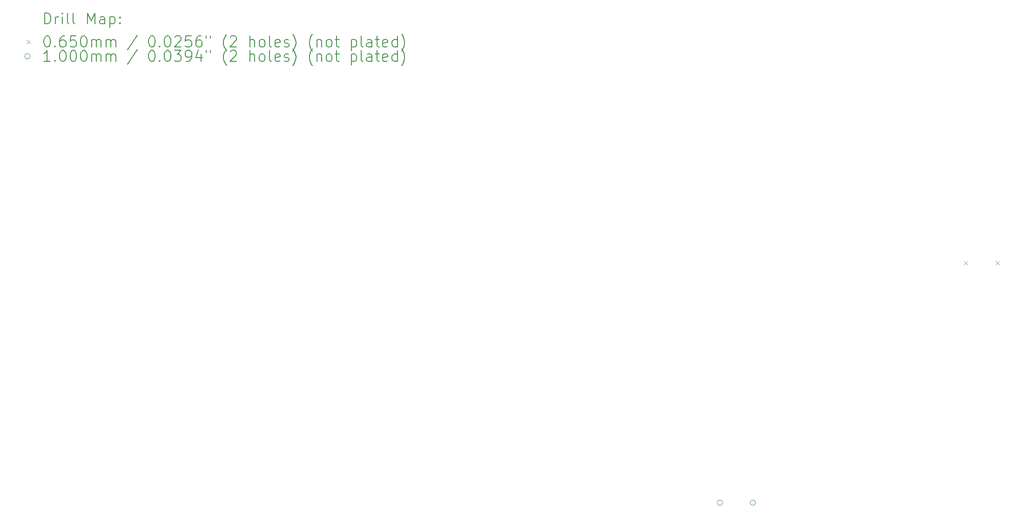
<source format=gbr>
%TF.GenerationSoftware,KiCad,Pcbnew,9.0.5*%
%TF.CreationDate,2025-10-27T17:08:35+05:30*%
%TF.ProjectId,cpm_vehicle_pcb,63706d5f-7665-4686-9963-6c655f706362,rev?*%
%TF.SameCoordinates,Original*%
%TF.FileFunction,Drillmap*%
%TF.FilePolarity,Positive*%
%FSLAX45Y45*%
G04 Gerber Fmt 4.5, Leading zero omitted, Abs format (unit mm)*
G04 Created by KiCad (PCBNEW 9.0.5) date 2025-10-27 17:08:35*
%MOMM*%
%LPD*%
G01*
G04 APERTURE LIST*
%ADD10C,0.200000*%
%ADD11C,0.100000*%
G04 APERTURE END LIST*
D10*
D11*
X16985500Y-4635500D02*
X17050500Y-4700500D01*
X17050500Y-4635500D02*
X16985500Y-4700500D01*
X17563500Y-4635500D02*
X17628500Y-4700500D01*
X17628500Y-4635500D02*
X17563500Y-4700500D01*
X12596250Y-9037500D02*
G75*
G02*
X12496250Y-9037500I-50000J0D01*
G01*
X12496250Y-9037500D02*
G75*
G02*
X12596250Y-9037500I50000J0D01*
G01*
X13196250Y-9037500D02*
G75*
G02*
X13096250Y-9037500I-50000J0D01*
G01*
X13096250Y-9037500D02*
G75*
G02*
X13196250Y-9037500I50000J0D01*
G01*
D10*
X260777Y-311484D02*
X260777Y-111484D01*
X260777Y-111484D02*
X308396Y-111484D01*
X308396Y-111484D02*
X336967Y-121008D01*
X336967Y-121008D02*
X356015Y-140055D01*
X356015Y-140055D02*
X365539Y-159103D01*
X365539Y-159103D02*
X375062Y-197198D01*
X375062Y-197198D02*
X375062Y-225769D01*
X375062Y-225769D02*
X365539Y-263865D01*
X365539Y-263865D02*
X356015Y-282912D01*
X356015Y-282912D02*
X336967Y-301960D01*
X336967Y-301960D02*
X308396Y-311484D01*
X308396Y-311484D02*
X260777Y-311484D01*
X460777Y-311484D02*
X460777Y-178150D01*
X460777Y-216246D02*
X470301Y-197198D01*
X470301Y-197198D02*
X479824Y-187674D01*
X479824Y-187674D02*
X498872Y-178150D01*
X498872Y-178150D02*
X517920Y-178150D01*
X584586Y-311484D02*
X584586Y-178150D01*
X584586Y-111484D02*
X575063Y-121008D01*
X575063Y-121008D02*
X584586Y-130531D01*
X584586Y-130531D02*
X594110Y-121008D01*
X594110Y-121008D02*
X584586Y-111484D01*
X584586Y-111484D02*
X584586Y-130531D01*
X708396Y-311484D02*
X689348Y-301960D01*
X689348Y-301960D02*
X679824Y-282912D01*
X679824Y-282912D02*
X679824Y-111484D01*
X813158Y-311484D02*
X794110Y-301960D01*
X794110Y-301960D02*
X784586Y-282912D01*
X784586Y-282912D02*
X784586Y-111484D01*
X1041729Y-311484D02*
X1041729Y-111484D01*
X1041729Y-111484D02*
X1108396Y-254341D01*
X1108396Y-254341D02*
X1175063Y-111484D01*
X1175063Y-111484D02*
X1175063Y-311484D01*
X1356015Y-311484D02*
X1356015Y-206722D01*
X1356015Y-206722D02*
X1346491Y-187674D01*
X1346491Y-187674D02*
X1327444Y-178150D01*
X1327444Y-178150D02*
X1289348Y-178150D01*
X1289348Y-178150D02*
X1270301Y-187674D01*
X1356015Y-301960D02*
X1336967Y-311484D01*
X1336967Y-311484D02*
X1289348Y-311484D01*
X1289348Y-311484D02*
X1270301Y-301960D01*
X1270301Y-301960D02*
X1260777Y-282912D01*
X1260777Y-282912D02*
X1260777Y-263865D01*
X1260777Y-263865D02*
X1270301Y-244817D01*
X1270301Y-244817D02*
X1289348Y-235293D01*
X1289348Y-235293D02*
X1336967Y-235293D01*
X1336967Y-235293D02*
X1356015Y-225769D01*
X1451253Y-178150D02*
X1451253Y-378150D01*
X1451253Y-187674D02*
X1470301Y-178150D01*
X1470301Y-178150D02*
X1508396Y-178150D01*
X1508396Y-178150D02*
X1527443Y-187674D01*
X1527443Y-187674D02*
X1536967Y-197198D01*
X1536967Y-197198D02*
X1546491Y-216246D01*
X1546491Y-216246D02*
X1546491Y-273389D01*
X1546491Y-273389D02*
X1536967Y-292436D01*
X1536967Y-292436D02*
X1527443Y-301960D01*
X1527443Y-301960D02*
X1508396Y-311484D01*
X1508396Y-311484D02*
X1470301Y-311484D01*
X1470301Y-311484D02*
X1451253Y-301960D01*
X1632205Y-292436D02*
X1641729Y-301960D01*
X1641729Y-301960D02*
X1632205Y-311484D01*
X1632205Y-311484D02*
X1622682Y-301960D01*
X1622682Y-301960D02*
X1632205Y-292436D01*
X1632205Y-292436D02*
X1632205Y-311484D01*
X1632205Y-187674D02*
X1641729Y-197198D01*
X1641729Y-197198D02*
X1632205Y-206722D01*
X1632205Y-206722D02*
X1622682Y-197198D01*
X1622682Y-197198D02*
X1632205Y-187674D01*
X1632205Y-187674D02*
X1632205Y-206722D01*
D11*
X-65000Y-607500D02*
X0Y-672500D01*
X0Y-607500D02*
X-65000Y-672500D01*
D10*
X298872Y-531484D02*
X317920Y-531484D01*
X317920Y-531484D02*
X336967Y-541008D01*
X336967Y-541008D02*
X346491Y-550531D01*
X346491Y-550531D02*
X356015Y-569579D01*
X356015Y-569579D02*
X365539Y-607674D01*
X365539Y-607674D02*
X365539Y-655293D01*
X365539Y-655293D02*
X356015Y-693389D01*
X356015Y-693389D02*
X346491Y-712436D01*
X346491Y-712436D02*
X336967Y-721960D01*
X336967Y-721960D02*
X317920Y-731484D01*
X317920Y-731484D02*
X298872Y-731484D01*
X298872Y-731484D02*
X279824Y-721960D01*
X279824Y-721960D02*
X270301Y-712436D01*
X270301Y-712436D02*
X260777Y-693389D01*
X260777Y-693389D02*
X251253Y-655293D01*
X251253Y-655293D02*
X251253Y-607674D01*
X251253Y-607674D02*
X260777Y-569579D01*
X260777Y-569579D02*
X270301Y-550531D01*
X270301Y-550531D02*
X279824Y-541008D01*
X279824Y-541008D02*
X298872Y-531484D01*
X451253Y-712436D02*
X460777Y-721960D01*
X460777Y-721960D02*
X451253Y-731484D01*
X451253Y-731484D02*
X441729Y-721960D01*
X441729Y-721960D02*
X451253Y-712436D01*
X451253Y-712436D02*
X451253Y-731484D01*
X632205Y-531484D02*
X594110Y-531484D01*
X594110Y-531484D02*
X575063Y-541008D01*
X575063Y-541008D02*
X565539Y-550531D01*
X565539Y-550531D02*
X546491Y-579103D01*
X546491Y-579103D02*
X536967Y-617198D01*
X536967Y-617198D02*
X536967Y-693389D01*
X536967Y-693389D02*
X546491Y-712436D01*
X546491Y-712436D02*
X556015Y-721960D01*
X556015Y-721960D02*
X575063Y-731484D01*
X575063Y-731484D02*
X613158Y-731484D01*
X613158Y-731484D02*
X632205Y-721960D01*
X632205Y-721960D02*
X641729Y-712436D01*
X641729Y-712436D02*
X651253Y-693389D01*
X651253Y-693389D02*
X651253Y-645770D01*
X651253Y-645770D02*
X641729Y-626722D01*
X641729Y-626722D02*
X632205Y-617198D01*
X632205Y-617198D02*
X613158Y-607674D01*
X613158Y-607674D02*
X575063Y-607674D01*
X575063Y-607674D02*
X556015Y-617198D01*
X556015Y-617198D02*
X546491Y-626722D01*
X546491Y-626722D02*
X536967Y-645770D01*
X832205Y-531484D02*
X736967Y-531484D01*
X736967Y-531484D02*
X727443Y-626722D01*
X727443Y-626722D02*
X736967Y-617198D01*
X736967Y-617198D02*
X756015Y-607674D01*
X756015Y-607674D02*
X803634Y-607674D01*
X803634Y-607674D02*
X822682Y-617198D01*
X822682Y-617198D02*
X832205Y-626722D01*
X832205Y-626722D02*
X841729Y-645770D01*
X841729Y-645770D02*
X841729Y-693389D01*
X841729Y-693389D02*
X832205Y-712436D01*
X832205Y-712436D02*
X822682Y-721960D01*
X822682Y-721960D02*
X803634Y-731484D01*
X803634Y-731484D02*
X756015Y-731484D01*
X756015Y-731484D02*
X736967Y-721960D01*
X736967Y-721960D02*
X727443Y-712436D01*
X965539Y-531484D02*
X984586Y-531484D01*
X984586Y-531484D02*
X1003634Y-541008D01*
X1003634Y-541008D02*
X1013158Y-550531D01*
X1013158Y-550531D02*
X1022682Y-569579D01*
X1022682Y-569579D02*
X1032205Y-607674D01*
X1032205Y-607674D02*
X1032205Y-655293D01*
X1032205Y-655293D02*
X1022682Y-693389D01*
X1022682Y-693389D02*
X1013158Y-712436D01*
X1013158Y-712436D02*
X1003634Y-721960D01*
X1003634Y-721960D02*
X984586Y-731484D01*
X984586Y-731484D02*
X965539Y-731484D01*
X965539Y-731484D02*
X946491Y-721960D01*
X946491Y-721960D02*
X936967Y-712436D01*
X936967Y-712436D02*
X927443Y-693389D01*
X927443Y-693389D02*
X917920Y-655293D01*
X917920Y-655293D02*
X917920Y-607674D01*
X917920Y-607674D02*
X927443Y-569579D01*
X927443Y-569579D02*
X936967Y-550531D01*
X936967Y-550531D02*
X946491Y-541008D01*
X946491Y-541008D02*
X965539Y-531484D01*
X1117920Y-731484D02*
X1117920Y-598150D01*
X1117920Y-617198D02*
X1127444Y-607674D01*
X1127444Y-607674D02*
X1146491Y-598150D01*
X1146491Y-598150D02*
X1175063Y-598150D01*
X1175063Y-598150D02*
X1194110Y-607674D01*
X1194110Y-607674D02*
X1203634Y-626722D01*
X1203634Y-626722D02*
X1203634Y-731484D01*
X1203634Y-626722D02*
X1213158Y-607674D01*
X1213158Y-607674D02*
X1232205Y-598150D01*
X1232205Y-598150D02*
X1260777Y-598150D01*
X1260777Y-598150D02*
X1279825Y-607674D01*
X1279825Y-607674D02*
X1289348Y-626722D01*
X1289348Y-626722D02*
X1289348Y-731484D01*
X1384586Y-731484D02*
X1384586Y-598150D01*
X1384586Y-617198D02*
X1394110Y-607674D01*
X1394110Y-607674D02*
X1413158Y-598150D01*
X1413158Y-598150D02*
X1441729Y-598150D01*
X1441729Y-598150D02*
X1460777Y-607674D01*
X1460777Y-607674D02*
X1470301Y-626722D01*
X1470301Y-626722D02*
X1470301Y-731484D01*
X1470301Y-626722D02*
X1479824Y-607674D01*
X1479824Y-607674D02*
X1498872Y-598150D01*
X1498872Y-598150D02*
X1527443Y-598150D01*
X1527443Y-598150D02*
X1546491Y-607674D01*
X1546491Y-607674D02*
X1556015Y-626722D01*
X1556015Y-626722D02*
X1556015Y-731484D01*
X1946491Y-521960D02*
X1775063Y-779103D01*
X2203634Y-531484D02*
X2222682Y-531484D01*
X2222682Y-531484D02*
X2241729Y-541008D01*
X2241729Y-541008D02*
X2251253Y-550531D01*
X2251253Y-550531D02*
X2260777Y-569579D01*
X2260777Y-569579D02*
X2270301Y-607674D01*
X2270301Y-607674D02*
X2270301Y-655293D01*
X2270301Y-655293D02*
X2260777Y-693389D01*
X2260777Y-693389D02*
X2251253Y-712436D01*
X2251253Y-712436D02*
X2241729Y-721960D01*
X2241729Y-721960D02*
X2222682Y-731484D01*
X2222682Y-731484D02*
X2203634Y-731484D01*
X2203634Y-731484D02*
X2184587Y-721960D01*
X2184587Y-721960D02*
X2175063Y-712436D01*
X2175063Y-712436D02*
X2165539Y-693389D01*
X2165539Y-693389D02*
X2156015Y-655293D01*
X2156015Y-655293D02*
X2156015Y-607674D01*
X2156015Y-607674D02*
X2165539Y-569579D01*
X2165539Y-569579D02*
X2175063Y-550531D01*
X2175063Y-550531D02*
X2184587Y-541008D01*
X2184587Y-541008D02*
X2203634Y-531484D01*
X2356015Y-712436D02*
X2365539Y-721960D01*
X2365539Y-721960D02*
X2356015Y-731484D01*
X2356015Y-731484D02*
X2346491Y-721960D01*
X2346491Y-721960D02*
X2356015Y-712436D01*
X2356015Y-712436D02*
X2356015Y-731484D01*
X2489348Y-531484D02*
X2508396Y-531484D01*
X2508396Y-531484D02*
X2527444Y-541008D01*
X2527444Y-541008D02*
X2536968Y-550531D01*
X2536968Y-550531D02*
X2546491Y-569579D01*
X2546491Y-569579D02*
X2556015Y-607674D01*
X2556015Y-607674D02*
X2556015Y-655293D01*
X2556015Y-655293D02*
X2546491Y-693389D01*
X2546491Y-693389D02*
X2536968Y-712436D01*
X2536968Y-712436D02*
X2527444Y-721960D01*
X2527444Y-721960D02*
X2508396Y-731484D01*
X2508396Y-731484D02*
X2489348Y-731484D01*
X2489348Y-731484D02*
X2470301Y-721960D01*
X2470301Y-721960D02*
X2460777Y-712436D01*
X2460777Y-712436D02*
X2451253Y-693389D01*
X2451253Y-693389D02*
X2441729Y-655293D01*
X2441729Y-655293D02*
X2441729Y-607674D01*
X2441729Y-607674D02*
X2451253Y-569579D01*
X2451253Y-569579D02*
X2460777Y-550531D01*
X2460777Y-550531D02*
X2470301Y-541008D01*
X2470301Y-541008D02*
X2489348Y-531484D01*
X2632206Y-550531D02*
X2641729Y-541008D01*
X2641729Y-541008D02*
X2660777Y-531484D01*
X2660777Y-531484D02*
X2708396Y-531484D01*
X2708396Y-531484D02*
X2727444Y-541008D01*
X2727444Y-541008D02*
X2736968Y-550531D01*
X2736968Y-550531D02*
X2746491Y-569579D01*
X2746491Y-569579D02*
X2746491Y-588627D01*
X2746491Y-588627D02*
X2736968Y-617198D01*
X2736968Y-617198D02*
X2622682Y-731484D01*
X2622682Y-731484D02*
X2746491Y-731484D01*
X2927444Y-531484D02*
X2832206Y-531484D01*
X2832206Y-531484D02*
X2822682Y-626722D01*
X2822682Y-626722D02*
X2832206Y-617198D01*
X2832206Y-617198D02*
X2851253Y-607674D01*
X2851253Y-607674D02*
X2898872Y-607674D01*
X2898872Y-607674D02*
X2917920Y-617198D01*
X2917920Y-617198D02*
X2927444Y-626722D01*
X2927444Y-626722D02*
X2936967Y-645770D01*
X2936967Y-645770D02*
X2936967Y-693389D01*
X2936967Y-693389D02*
X2927444Y-712436D01*
X2927444Y-712436D02*
X2917920Y-721960D01*
X2917920Y-721960D02*
X2898872Y-731484D01*
X2898872Y-731484D02*
X2851253Y-731484D01*
X2851253Y-731484D02*
X2832206Y-721960D01*
X2832206Y-721960D02*
X2822682Y-712436D01*
X3108396Y-531484D02*
X3070301Y-531484D01*
X3070301Y-531484D02*
X3051253Y-541008D01*
X3051253Y-541008D02*
X3041729Y-550531D01*
X3041729Y-550531D02*
X3022682Y-579103D01*
X3022682Y-579103D02*
X3013158Y-617198D01*
X3013158Y-617198D02*
X3013158Y-693389D01*
X3013158Y-693389D02*
X3022682Y-712436D01*
X3022682Y-712436D02*
X3032206Y-721960D01*
X3032206Y-721960D02*
X3051253Y-731484D01*
X3051253Y-731484D02*
X3089348Y-731484D01*
X3089348Y-731484D02*
X3108396Y-721960D01*
X3108396Y-721960D02*
X3117920Y-712436D01*
X3117920Y-712436D02*
X3127444Y-693389D01*
X3127444Y-693389D02*
X3127444Y-645770D01*
X3127444Y-645770D02*
X3117920Y-626722D01*
X3117920Y-626722D02*
X3108396Y-617198D01*
X3108396Y-617198D02*
X3089348Y-607674D01*
X3089348Y-607674D02*
X3051253Y-607674D01*
X3051253Y-607674D02*
X3032206Y-617198D01*
X3032206Y-617198D02*
X3022682Y-626722D01*
X3022682Y-626722D02*
X3013158Y-645770D01*
X3203634Y-531484D02*
X3203634Y-569579D01*
X3279825Y-531484D02*
X3279825Y-569579D01*
X3575063Y-807674D02*
X3565539Y-798150D01*
X3565539Y-798150D02*
X3546491Y-769579D01*
X3546491Y-769579D02*
X3536968Y-750531D01*
X3536968Y-750531D02*
X3527444Y-721960D01*
X3527444Y-721960D02*
X3517920Y-674341D01*
X3517920Y-674341D02*
X3517920Y-636246D01*
X3517920Y-636246D02*
X3527444Y-588627D01*
X3527444Y-588627D02*
X3536968Y-560055D01*
X3536968Y-560055D02*
X3546491Y-541008D01*
X3546491Y-541008D02*
X3565539Y-512436D01*
X3565539Y-512436D02*
X3575063Y-502912D01*
X3641729Y-550531D02*
X3651253Y-541008D01*
X3651253Y-541008D02*
X3670301Y-531484D01*
X3670301Y-531484D02*
X3717920Y-531484D01*
X3717920Y-531484D02*
X3736968Y-541008D01*
X3736968Y-541008D02*
X3746491Y-550531D01*
X3746491Y-550531D02*
X3756015Y-569579D01*
X3756015Y-569579D02*
X3756015Y-588627D01*
X3756015Y-588627D02*
X3746491Y-617198D01*
X3746491Y-617198D02*
X3632206Y-731484D01*
X3632206Y-731484D02*
X3756015Y-731484D01*
X3994110Y-731484D02*
X3994110Y-531484D01*
X4079825Y-731484D02*
X4079825Y-626722D01*
X4079825Y-626722D02*
X4070301Y-607674D01*
X4070301Y-607674D02*
X4051253Y-598150D01*
X4051253Y-598150D02*
X4022682Y-598150D01*
X4022682Y-598150D02*
X4003634Y-607674D01*
X4003634Y-607674D02*
X3994110Y-617198D01*
X4203634Y-731484D02*
X4184587Y-721960D01*
X4184587Y-721960D02*
X4175063Y-712436D01*
X4175063Y-712436D02*
X4165539Y-693389D01*
X4165539Y-693389D02*
X4165539Y-636246D01*
X4165539Y-636246D02*
X4175063Y-617198D01*
X4175063Y-617198D02*
X4184587Y-607674D01*
X4184587Y-607674D02*
X4203634Y-598150D01*
X4203634Y-598150D02*
X4232206Y-598150D01*
X4232206Y-598150D02*
X4251253Y-607674D01*
X4251253Y-607674D02*
X4260777Y-617198D01*
X4260777Y-617198D02*
X4270301Y-636246D01*
X4270301Y-636246D02*
X4270301Y-693389D01*
X4270301Y-693389D02*
X4260777Y-712436D01*
X4260777Y-712436D02*
X4251253Y-721960D01*
X4251253Y-721960D02*
X4232206Y-731484D01*
X4232206Y-731484D02*
X4203634Y-731484D01*
X4384587Y-731484D02*
X4365539Y-721960D01*
X4365539Y-721960D02*
X4356015Y-702912D01*
X4356015Y-702912D02*
X4356015Y-531484D01*
X4536968Y-721960D02*
X4517920Y-731484D01*
X4517920Y-731484D02*
X4479825Y-731484D01*
X4479825Y-731484D02*
X4460777Y-721960D01*
X4460777Y-721960D02*
X4451253Y-702912D01*
X4451253Y-702912D02*
X4451253Y-626722D01*
X4451253Y-626722D02*
X4460777Y-607674D01*
X4460777Y-607674D02*
X4479825Y-598150D01*
X4479825Y-598150D02*
X4517920Y-598150D01*
X4517920Y-598150D02*
X4536968Y-607674D01*
X4536968Y-607674D02*
X4546492Y-626722D01*
X4546492Y-626722D02*
X4546492Y-645770D01*
X4546492Y-645770D02*
X4451253Y-664817D01*
X4622682Y-721960D02*
X4641730Y-731484D01*
X4641730Y-731484D02*
X4679825Y-731484D01*
X4679825Y-731484D02*
X4698873Y-721960D01*
X4698873Y-721960D02*
X4708396Y-702912D01*
X4708396Y-702912D02*
X4708396Y-693389D01*
X4708396Y-693389D02*
X4698873Y-674341D01*
X4698873Y-674341D02*
X4679825Y-664817D01*
X4679825Y-664817D02*
X4651253Y-664817D01*
X4651253Y-664817D02*
X4632206Y-655293D01*
X4632206Y-655293D02*
X4622682Y-636246D01*
X4622682Y-636246D02*
X4622682Y-626722D01*
X4622682Y-626722D02*
X4632206Y-607674D01*
X4632206Y-607674D02*
X4651253Y-598150D01*
X4651253Y-598150D02*
X4679825Y-598150D01*
X4679825Y-598150D02*
X4698873Y-607674D01*
X4775063Y-807674D02*
X4784587Y-798150D01*
X4784587Y-798150D02*
X4803634Y-769579D01*
X4803634Y-769579D02*
X4813158Y-750531D01*
X4813158Y-750531D02*
X4822682Y-721960D01*
X4822682Y-721960D02*
X4832206Y-674341D01*
X4832206Y-674341D02*
X4832206Y-636246D01*
X4832206Y-636246D02*
X4822682Y-588627D01*
X4822682Y-588627D02*
X4813158Y-560055D01*
X4813158Y-560055D02*
X4803634Y-541008D01*
X4803634Y-541008D02*
X4784587Y-512436D01*
X4784587Y-512436D02*
X4775063Y-502912D01*
X5136968Y-807674D02*
X5127444Y-798150D01*
X5127444Y-798150D02*
X5108396Y-769579D01*
X5108396Y-769579D02*
X5098873Y-750531D01*
X5098873Y-750531D02*
X5089349Y-721960D01*
X5089349Y-721960D02*
X5079825Y-674341D01*
X5079825Y-674341D02*
X5079825Y-636246D01*
X5079825Y-636246D02*
X5089349Y-588627D01*
X5089349Y-588627D02*
X5098873Y-560055D01*
X5098873Y-560055D02*
X5108396Y-541008D01*
X5108396Y-541008D02*
X5127444Y-512436D01*
X5127444Y-512436D02*
X5136968Y-502912D01*
X5213158Y-598150D02*
X5213158Y-731484D01*
X5213158Y-617198D02*
X5222682Y-607674D01*
X5222682Y-607674D02*
X5241730Y-598150D01*
X5241730Y-598150D02*
X5270301Y-598150D01*
X5270301Y-598150D02*
X5289349Y-607674D01*
X5289349Y-607674D02*
X5298873Y-626722D01*
X5298873Y-626722D02*
X5298873Y-731484D01*
X5422682Y-731484D02*
X5403634Y-721960D01*
X5403634Y-721960D02*
X5394111Y-712436D01*
X5394111Y-712436D02*
X5384587Y-693389D01*
X5384587Y-693389D02*
X5384587Y-636246D01*
X5384587Y-636246D02*
X5394111Y-617198D01*
X5394111Y-617198D02*
X5403634Y-607674D01*
X5403634Y-607674D02*
X5422682Y-598150D01*
X5422682Y-598150D02*
X5451254Y-598150D01*
X5451254Y-598150D02*
X5470301Y-607674D01*
X5470301Y-607674D02*
X5479825Y-617198D01*
X5479825Y-617198D02*
X5489349Y-636246D01*
X5489349Y-636246D02*
X5489349Y-693389D01*
X5489349Y-693389D02*
X5479825Y-712436D01*
X5479825Y-712436D02*
X5470301Y-721960D01*
X5470301Y-721960D02*
X5451254Y-731484D01*
X5451254Y-731484D02*
X5422682Y-731484D01*
X5546492Y-598150D02*
X5622682Y-598150D01*
X5575063Y-531484D02*
X5575063Y-702912D01*
X5575063Y-702912D02*
X5584587Y-721960D01*
X5584587Y-721960D02*
X5603634Y-731484D01*
X5603634Y-731484D02*
X5622682Y-731484D01*
X5841730Y-598150D02*
X5841730Y-798150D01*
X5841730Y-607674D02*
X5860777Y-598150D01*
X5860777Y-598150D02*
X5898873Y-598150D01*
X5898873Y-598150D02*
X5917920Y-607674D01*
X5917920Y-607674D02*
X5927444Y-617198D01*
X5927444Y-617198D02*
X5936968Y-636246D01*
X5936968Y-636246D02*
X5936968Y-693389D01*
X5936968Y-693389D02*
X5927444Y-712436D01*
X5927444Y-712436D02*
X5917920Y-721960D01*
X5917920Y-721960D02*
X5898873Y-731484D01*
X5898873Y-731484D02*
X5860777Y-731484D01*
X5860777Y-731484D02*
X5841730Y-721960D01*
X6051253Y-731484D02*
X6032206Y-721960D01*
X6032206Y-721960D02*
X6022682Y-702912D01*
X6022682Y-702912D02*
X6022682Y-531484D01*
X6213158Y-731484D02*
X6213158Y-626722D01*
X6213158Y-626722D02*
X6203634Y-607674D01*
X6203634Y-607674D02*
X6184587Y-598150D01*
X6184587Y-598150D02*
X6146492Y-598150D01*
X6146492Y-598150D02*
X6127444Y-607674D01*
X6213158Y-721960D02*
X6194111Y-731484D01*
X6194111Y-731484D02*
X6146492Y-731484D01*
X6146492Y-731484D02*
X6127444Y-721960D01*
X6127444Y-721960D02*
X6117920Y-702912D01*
X6117920Y-702912D02*
X6117920Y-683865D01*
X6117920Y-683865D02*
X6127444Y-664817D01*
X6127444Y-664817D02*
X6146492Y-655293D01*
X6146492Y-655293D02*
X6194111Y-655293D01*
X6194111Y-655293D02*
X6213158Y-645770D01*
X6279825Y-598150D02*
X6356015Y-598150D01*
X6308396Y-531484D02*
X6308396Y-702912D01*
X6308396Y-702912D02*
X6317920Y-721960D01*
X6317920Y-721960D02*
X6336968Y-731484D01*
X6336968Y-731484D02*
X6356015Y-731484D01*
X6498873Y-721960D02*
X6479825Y-731484D01*
X6479825Y-731484D02*
X6441730Y-731484D01*
X6441730Y-731484D02*
X6422682Y-721960D01*
X6422682Y-721960D02*
X6413158Y-702912D01*
X6413158Y-702912D02*
X6413158Y-626722D01*
X6413158Y-626722D02*
X6422682Y-607674D01*
X6422682Y-607674D02*
X6441730Y-598150D01*
X6441730Y-598150D02*
X6479825Y-598150D01*
X6479825Y-598150D02*
X6498873Y-607674D01*
X6498873Y-607674D02*
X6508396Y-626722D01*
X6508396Y-626722D02*
X6508396Y-645770D01*
X6508396Y-645770D02*
X6413158Y-664817D01*
X6679825Y-731484D02*
X6679825Y-531484D01*
X6679825Y-721960D02*
X6660777Y-731484D01*
X6660777Y-731484D02*
X6622682Y-731484D01*
X6622682Y-731484D02*
X6603634Y-721960D01*
X6603634Y-721960D02*
X6594111Y-712436D01*
X6594111Y-712436D02*
X6584587Y-693389D01*
X6584587Y-693389D02*
X6584587Y-636246D01*
X6584587Y-636246D02*
X6594111Y-617198D01*
X6594111Y-617198D02*
X6603634Y-607674D01*
X6603634Y-607674D02*
X6622682Y-598150D01*
X6622682Y-598150D02*
X6660777Y-598150D01*
X6660777Y-598150D02*
X6679825Y-607674D01*
X6756015Y-807674D02*
X6765539Y-798150D01*
X6765539Y-798150D02*
X6784587Y-769579D01*
X6784587Y-769579D02*
X6794111Y-750531D01*
X6794111Y-750531D02*
X6803634Y-721960D01*
X6803634Y-721960D02*
X6813158Y-674341D01*
X6813158Y-674341D02*
X6813158Y-636246D01*
X6813158Y-636246D02*
X6803634Y-588627D01*
X6803634Y-588627D02*
X6794111Y-560055D01*
X6794111Y-560055D02*
X6784587Y-541008D01*
X6784587Y-541008D02*
X6765539Y-512436D01*
X6765539Y-512436D02*
X6756015Y-502912D01*
D11*
X0Y-904000D02*
G75*
G02*
X-100000Y-904000I-50000J0D01*
G01*
X-100000Y-904000D02*
G75*
G02*
X0Y-904000I50000J0D01*
G01*
D10*
X365539Y-995484D02*
X251253Y-995484D01*
X308396Y-995484D02*
X308396Y-795484D01*
X308396Y-795484D02*
X289348Y-824055D01*
X289348Y-824055D02*
X270301Y-843103D01*
X270301Y-843103D02*
X251253Y-852627D01*
X451253Y-976436D02*
X460777Y-985960D01*
X460777Y-985960D02*
X451253Y-995484D01*
X451253Y-995484D02*
X441729Y-985960D01*
X441729Y-985960D02*
X451253Y-976436D01*
X451253Y-976436D02*
X451253Y-995484D01*
X584586Y-795484D02*
X603634Y-795484D01*
X603634Y-795484D02*
X622682Y-805008D01*
X622682Y-805008D02*
X632205Y-814531D01*
X632205Y-814531D02*
X641729Y-833579D01*
X641729Y-833579D02*
X651253Y-871674D01*
X651253Y-871674D02*
X651253Y-919293D01*
X651253Y-919293D02*
X641729Y-957388D01*
X641729Y-957388D02*
X632205Y-976436D01*
X632205Y-976436D02*
X622682Y-985960D01*
X622682Y-985960D02*
X603634Y-995484D01*
X603634Y-995484D02*
X584586Y-995484D01*
X584586Y-995484D02*
X565539Y-985960D01*
X565539Y-985960D02*
X556015Y-976436D01*
X556015Y-976436D02*
X546491Y-957388D01*
X546491Y-957388D02*
X536967Y-919293D01*
X536967Y-919293D02*
X536967Y-871674D01*
X536967Y-871674D02*
X546491Y-833579D01*
X546491Y-833579D02*
X556015Y-814531D01*
X556015Y-814531D02*
X565539Y-805008D01*
X565539Y-805008D02*
X584586Y-795484D01*
X775062Y-795484D02*
X794110Y-795484D01*
X794110Y-795484D02*
X813158Y-805008D01*
X813158Y-805008D02*
X822682Y-814531D01*
X822682Y-814531D02*
X832205Y-833579D01*
X832205Y-833579D02*
X841729Y-871674D01*
X841729Y-871674D02*
X841729Y-919293D01*
X841729Y-919293D02*
X832205Y-957388D01*
X832205Y-957388D02*
X822682Y-976436D01*
X822682Y-976436D02*
X813158Y-985960D01*
X813158Y-985960D02*
X794110Y-995484D01*
X794110Y-995484D02*
X775062Y-995484D01*
X775062Y-995484D02*
X756015Y-985960D01*
X756015Y-985960D02*
X746491Y-976436D01*
X746491Y-976436D02*
X736967Y-957388D01*
X736967Y-957388D02*
X727443Y-919293D01*
X727443Y-919293D02*
X727443Y-871674D01*
X727443Y-871674D02*
X736967Y-833579D01*
X736967Y-833579D02*
X746491Y-814531D01*
X746491Y-814531D02*
X756015Y-805008D01*
X756015Y-805008D02*
X775062Y-795484D01*
X965539Y-795484D02*
X984586Y-795484D01*
X984586Y-795484D02*
X1003634Y-805008D01*
X1003634Y-805008D02*
X1013158Y-814531D01*
X1013158Y-814531D02*
X1022682Y-833579D01*
X1022682Y-833579D02*
X1032205Y-871674D01*
X1032205Y-871674D02*
X1032205Y-919293D01*
X1032205Y-919293D02*
X1022682Y-957388D01*
X1022682Y-957388D02*
X1013158Y-976436D01*
X1013158Y-976436D02*
X1003634Y-985960D01*
X1003634Y-985960D02*
X984586Y-995484D01*
X984586Y-995484D02*
X965539Y-995484D01*
X965539Y-995484D02*
X946491Y-985960D01*
X946491Y-985960D02*
X936967Y-976436D01*
X936967Y-976436D02*
X927443Y-957388D01*
X927443Y-957388D02*
X917920Y-919293D01*
X917920Y-919293D02*
X917920Y-871674D01*
X917920Y-871674D02*
X927443Y-833579D01*
X927443Y-833579D02*
X936967Y-814531D01*
X936967Y-814531D02*
X946491Y-805008D01*
X946491Y-805008D02*
X965539Y-795484D01*
X1117920Y-995484D02*
X1117920Y-862150D01*
X1117920Y-881198D02*
X1127444Y-871674D01*
X1127444Y-871674D02*
X1146491Y-862150D01*
X1146491Y-862150D02*
X1175063Y-862150D01*
X1175063Y-862150D02*
X1194110Y-871674D01*
X1194110Y-871674D02*
X1203634Y-890722D01*
X1203634Y-890722D02*
X1203634Y-995484D01*
X1203634Y-890722D02*
X1213158Y-871674D01*
X1213158Y-871674D02*
X1232205Y-862150D01*
X1232205Y-862150D02*
X1260777Y-862150D01*
X1260777Y-862150D02*
X1279825Y-871674D01*
X1279825Y-871674D02*
X1289348Y-890722D01*
X1289348Y-890722D02*
X1289348Y-995484D01*
X1384586Y-995484D02*
X1384586Y-862150D01*
X1384586Y-881198D02*
X1394110Y-871674D01*
X1394110Y-871674D02*
X1413158Y-862150D01*
X1413158Y-862150D02*
X1441729Y-862150D01*
X1441729Y-862150D02*
X1460777Y-871674D01*
X1460777Y-871674D02*
X1470301Y-890722D01*
X1470301Y-890722D02*
X1470301Y-995484D01*
X1470301Y-890722D02*
X1479824Y-871674D01*
X1479824Y-871674D02*
X1498872Y-862150D01*
X1498872Y-862150D02*
X1527443Y-862150D01*
X1527443Y-862150D02*
X1546491Y-871674D01*
X1546491Y-871674D02*
X1556015Y-890722D01*
X1556015Y-890722D02*
X1556015Y-995484D01*
X1946491Y-785960D02*
X1775063Y-1043103D01*
X2203634Y-795484D02*
X2222682Y-795484D01*
X2222682Y-795484D02*
X2241729Y-805008D01*
X2241729Y-805008D02*
X2251253Y-814531D01*
X2251253Y-814531D02*
X2260777Y-833579D01*
X2260777Y-833579D02*
X2270301Y-871674D01*
X2270301Y-871674D02*
X2270301Y-919293D01*
X2270301Y-919293D02*
X2260777Y-957388D01*
X2260777Y-957388D02*
X2251253Y-976436D01*
X2251253Y-976436D02*
X2241729Y-985960D01*
X2241729Y-985960D02*
X2222682Y-995484D01*
X2222682Y-995484D02*
X2203634Y-995484D01*
X2203634Y-995484D02*
X2184587Y-985960D01*
X2184587Y-985960D02*
X2175063Y-976436D01*
X2175063Y-976436D02*
X2165539Y-957388D01*
X2165539Y-957388D02*
X2156015Y-919293D01*
X2156015Y-919293D02*
X2156015Y-871674D01*
X2156015Y-871674D02*
X2165539Y-833579D01*
X2165539Y-833579D02*
X2175063Y-814531D01*
X2175063Y-814531D02*
X2184587Y-805008D01*
X2184587Y-805008D02*
X2203634Y-795484D01*
X2356015Y-976436D02*
X2365539Y-985960D01*
X2365539Y-985960D02*
X2356015Y-995484D01*
X2356015Y-995484D02*
X2346491Y-985960D01*
X2346491Y-985960D02*
X2356015Y-976436D01*
X2356015Y-976436D02*
X2356015Y-995484D01*
X2489348Y-795484D02*
X2508396Y-795484D01*
X2508396Y-795484D02*
X2527444Y-805008D01*
X2527444Y-805008D02*
X2536968Y-814531D01*
X2536968Y-814531D02*
X2546491Y-833579D01*
X2546491Y-833579D02*
X2556015Y-871674D01*
X2556015Y-871674D02*
X2556015Y-919293D01*
X2556015Y-919293D02*
X2546491Y-957388D01*
X2546491Y-957388D02*
X2536968Y-976436D01*
X2536968Y-976436D02*
X2527444Y-985960D01*
X2527444Y-985960D02*
X2508396Y-995484D01*
X2508396Y-995484D02*
X2489348Y-995484D01*
X2489348Y-995484D02*
X2470301Y-985960D01*
X2470301Y-985960D02*
X2460777Y-976436D01*
X2460777Y-976436D02*
X2451253Y-957388D01*
X2451253Y-957388D02*
X2441729Y-919293D01*
X2441729Y-919293D02*
X2441729Y-871674D01*
X2441729Y-871674D02*
X2451253Y-833579D01*
X2451253Y-833579D02*
X2460777Y-814531D01*
X2460777Y-814531D02*
X2470301Y-805008D01*
X2470301Y-805008D02*
X2489348Y-795484D01*
X2622682Y-795484D02*
X2746491Y-795484D01*
X2746491Y-795484D02*
X2679825Y-871674D01*
X2679825Y-871674D02*
X2708396Y-871674D01*
X2708396Y-871674D02*
X2727444Y-881198D01*
X2727444Y-881198D02*
X2736968Y-890722D01*
X2736968Y-890722D02*
X2746491Y-909769D01*
X2746491Y-909769D02*
X2746491Y-957388D01*
X2746491Y-957388D02*
X2736968Y-976436D01*
X2736968Y-976436D02*
X2727444Y-985960D01*
X2727444Y-985960D02*
X2708396Y-995484D01*
X2708396Y-995484D02*
X2651253Y-995484D01*
X2651253Y-995484D02*
X2632206Y-985960D01*
X2632206Y-985960D02*
X2622682Y-976436D01*
X2841729Y-995484D02*
X2879825Y-995484D01*
X2879825Y-995484D02*
X2898872Y-985960D01*
X2898872Y-985960D02*
X2908396Y-976436D01*
X2908396Y-976436D02*
X2927444Y-947865D01*
X2927444Y-947865D02*
X2936967Y-909769D01*
X2936967Y-909769D02*
X2936967Y-833579D01*
X2936967Y-833579D02*
X2927444Y-814531D01*
X2927444Y-814531D02*
X2917920Y-805008D01*
X2917920Y-805008D02*
X2898872Y-795484D01*
X2898872Y-795484D02*
X2860777Y-795484D01*
X2860777Y-795484D02*
X2841729Y-805008D01*
X2841729Y-805008D02*
X2832206Y-814531D01*
X2832206Y-814531D02*
X2822682Y-833579D01*
X2822682Y-833579D02*
X2822682Y-881198D01*
X2822682Y-881198D02*
X2832206Y-900246D01*
X2832206Y-900246D02*
X2841729Y-909769D01*
X2841729Y-909769D02*
X2860777Y-919293D01*
X2860777Y-919293D02*
X2898872Y-919293D01*
X2898872Y-919293D02*
X2917920Y-909769D01*
X2917920Y-909769D02*
X2927444Y-900246D01*
X2927444Y-900246D02*
X2936967Y-881198D01*
X3108396Y-862150D02*
X3108396Y-995484D01*
X3060777Y-785960D02*
X3013158Y-928817D01*
X3013158Y-928817D02*
X3136967Y-928817D01*
X3203634Y-795484D02*
X3203634Y-833579D01*
X3279825Y-795484D02*
X3279825Y-833579D01*
X3575063Y-1071674D02*
X3565539Y-1062150D01*
X3565539Y-1062150D02*
X3546491Y-1033579D01*
X3546491Y-1033579D02*
X3536968Y-1014531D01*
X3536968Y-1014531D02*
X3527444Y-985960D01*
X3527444Y-985960D02*
X3517920Y-938341D01*
X3517920Y-938341D02*
X3517920Y-900246D01*
X3517920Y-900246D02*
X3527444Y-852627D01*
X3527444Y-852627D02*
X3536968Y-824055D01*
X3536968Y-824055D02*
X3546491Y-805008D01*
X3546491Y-805008D02*
X3565539Y-776436D01*
X3565539Y-776436D02*
X3575063Y-766912D01*
X3641729Y-814531D02*
X3651253Y-805008D01*
X3651253Y-805008D02*
X3670301Y-795484D01*
X3670301Y-795484D02*
X3717920Y-795484D01*
X3717920Y-795484D02*
X3736968Y-805008D01*
X3736968Y-805008D02*
X3746491Y-814531D01*
X3746491Y-814531D02*
X3756015Y-833579D01*
X3756015Y-833579D02*
X3756015Y-852627D01*
X3756015Y-852627D02*
X3746491Y-881198D01*
X3746491Y-881198D02*
X3632206Y-995484D01*
X3632206Y-995484D02*
X3756015Y-995484D01*
X3994110Y-995484D02*
X3994110Y-795484D01*
X4079825Y-995484D02*
X4079825Y-890722D01*
X4079825Y-890722D02*
X4070301Y-871674D01*
X4070301Y-871674D02*
X4051253Y-862150D01*
X4051253Y-862150D02*
X4022682Y-862150D01*
X4022682Y-862150D02*
X4003634Y-871674D01*
X4003634Y-871674D02*
X3994110Y-881198D01*
X4203634Y-995484D02*
X4184587Y-985960D01*
X4184587Y-985960D02*
X4175063Y-976436D01*
X4175063Y-976436D02*
X4165539Y-957388D01*
X4165539Y-957388D02*
X4165539Y-900246D01*
X4165539Y-900246D02*
X4175063Y-881198D01*
X4175063Y-881198D02*
X4184587Y-871674D01*
X4184587Y-871674D02*
X4203634Y-862150D01*
X4203634Y-862150D02*
X4232206Y-862150D01*
X4232206Y-862150D02*
X4251253Y-871674D01*
X4251253Y-871674D02*
X4260777Y-881198D01*
X4260777Y-881198D02*
X4270301Y-900246D01*
X4270301Y-900246D02*
X4270301Y-957388D01*
X4270301Y-957388D02*
X4260777Y-976436D01*
X4260777Y-976436D02*
X4251253Y-985960D01*
X4251253Y-985960D02*
X4232206Y-995484D01*
X4232206Y-995484D02*
X4203634Y-995484D01*
X4384587Y-995484D02*
X4365539Y-985960D01*
X4365539Y-985960D02*
X4356015Y-966912D01*
X4356015Y-966912D02*
X4356015Y-795484D01*
X4536968Y-985960D02*
X4517920Y-995484D01*
X4517920Y-995484D02*
X4479825Y-995484D01*
X4479825Y-995484D02*
X4460777Y-985960D01*
X4460777Y-985960D02*
X4451253Y-966912D01*
X4451253Y-966912D02*
X4451253Y-890722D01*
X4451253Y-890722D02*
X4460777Y-871674D01*
X4460777Y-871674D02*
X4479825Y-862150D01*
X4479825Y-862150D02*
X4517920Y-862150D01*
X4517920Y-862150D02*
X4536968Y-871674D01*
X4536968Y-871674D02*
X4546492Y-890722D01*
X4546492Y-890722D02*
X4546492Y-909769D01*
X4546492Y-909769D02*
X4451253Y-928817D01*
X4622682Y-985960D02*
X4641730Y-995484D01*
X4641730Y-995484D02*
X4679825Y-995484D01*
X4679825Y-995484D02*
X4698873Y-985960D01*
X4698873Y-985960D02*
X4708396Y-966912D01*
X4708396Y-966912D02*
X4708396Y-957388D01*
X4708396Y-957388D02*
X4698873Y-938341D01*
X4698873Y-938341D02*
X4679825Y-928817D01*
X4679825Y-928817D02*
X4651253Y-928817D01*
X4651253Y-928817D02*
X4632206Y-919293D01*
X4632206Y-919293D02*
X4622682Y-900246D01*
X4622682Y-900246D02*
X4622682Y-890722D01*
X4622682Y-890722D02*
X4632206Y-871674D01*
X4632206Y-871674D02*
X4651253Y-862150D01*
X4651253Y-862150D02*
X4679825Y-862150D01*
X4679825Y-862150D02*
X4698873Y-871674D01*
X4775063Y-1071674D02*
X4784587Y-1062150D01*
X4784587Y-1062150D02*
X4803634Y-1033579D01*
X4803634Y-1033579D02*
X4813158Y-1014531D01*
X4813158Y-1014531D02*
X4822682Y-985960D01*
X4822682Y-985960D02*
X4832206Y-938341D01*
X4832206Y-938341D02*
X4832206Y-900246D01*
X4832206Y-900246D02*
X4822682Y-852627D01*
X4822682Y-852627D02*
X4813158Y-824055D01*
X4813158Y-824055D02*
X4803634Y-805008D01*
X4803634Y-805008D02*
X4784587Y-776436D01*
X4784587Y-776436D02*
X4775063Y-766912D01*
X5136968Y-1071674D02*
X5127444Y-1062150D01*
X5127444Y-1062150D02*
X5108396Y-1033579D01*
X5108396Y-1033579D02*
X5098873Y-1014531D01*
X5098873Y-1014531D02*
X5089349Y-985960D01*
X5089349Y-985960D02*
X5079825Y-938341D01*
X5079825Y-938341D02*
X5079825Y-900246D01*
X5079825Y-900246D02*
X5089349Y-852627D01*
X5089349Y-852627D02*
X5098873Y-824055D01*
X5098873Y-824055D02*
X5108396Y-805008D01*
X5108396Y-805008D02*
X5127444Y-776436D01*
X5127444Y-776436D02*
X5136968Y-766912D01*
X5213158Y-862150D02*
X5213158Y-995484D01*
X5213158Y-881198D02*
X5222682Y-871674D01*
X5222682Y-871674D02*
X5241730Y-862150D01*
X5241730Y-862150D02*
X5270301Y-862150D01*
X5270301Y-862150D02*
X5289349Y-871674D01*
X5289349Y-871674D02*
X5298873Y-890722D01*
X5298873Y-890722D02*
X5298873Y-995484D01*
X5422682Y-995484D02*
X5403634Y-985960D01*
X5403634Y-985960D02*
X5394111Y-976436D01*
X5394111Y-976436D02*
X5384587Y-957388D01*
X5384587Y-957388D02*
X5384587Y-900246D01*
X5384587Y-900246D02*
X5394111Y-881198D01*
X5394111Y-881198D02*
X5403634Y-871674D01*
X5403634Y-871674D02*
X5422682Y-862150D01*
X5422682Y-862150D02*
X5451254Y-862150D01*
X5451254Y-862150D02*
X5470301Y-871674D01*
X5470301Y-871674D02*
X5479825Y-881198D01*
X5479825Y-881198D02*
X5489349Y-900246D01*
X5489349Y-900246D02*
X5489349Y-957388D01*
X5489349Y-957388D02*
X5479825Y-976436D01*
X5479825Y-976436D02*
X5470301Y-985960D01*
X5470301Y-985960D02*
X5451254Y-995484D01*
X5451254Y-995484D02*
X5422682Y-995484D01*
X5546492Y-862150D02*
X5622682Y-862150D01*
X5575063Y-795484D02*
X5575063Y-966912D01*
X5575063Y-966912D02*
X5584587Y-985960D01*
X5584587Y-985960D02*
X5603634Y-995484D01*
X5603634Y-995484D02*
X5622682Y-995484D01*
X5841730Y-862150D02*
X5841730Y-1062150D01*
X5841730Y-871674D02*
X5860777Y-862150D01*
X5860777Y-862150D02*
X5898873Y-862150D01*
X5898873Y-862150D02*
X5917920Y-871674D01*
X5917920Y-871674D02*
X5927444Y-881198D01*
X5927444Y-881198D02*
X5936968Y-900246D01*
X5936968Y-900246D02*
X5936968Y-957388D01*
X5936968Y-957388D02*
X5927444Y-976436D01*
X5927444Y-976436D02*
X5917920Y-985960D01*
X5917920Y-985960D02*
X5898873Y-995484D01*
X5898873Y-995484D02*
X5860777Y-995484D01*
X5860777Y-995484D02*
X5841730Y-985960D01*
X6051253Y-995484D02*
X6032206Y-985960D01*
X6032206Y-985960D02*
X6022682Y-966912D01*
X6022682Y-966912D02*
X6022682Y-795484D01*
X6213158Y-995484D02*
X6213158Y-890722D01*
X6213158Y-890722D02*
X6203634Y-871674D01*
X6203634Y-871674D02*
X6184587Y-862150D01*
X6184587Y-862150D02*
X6146492Y-862150D01*
X6146492Y-862150D02*
X6127444Y-871674D01*
X6213158Y-985960D02*
X6194111Y-995484D01*
X6194111Y-995484D02*
X6146492Y-995484D01*
X6146492Y-995484D02*
X6127444Y-985960D01*
X6127444Y-985960D02*
X6117920Y-966912D01*
X6117920Y-966912D02*
X6117920Y-947865D01*
X6117920Y-947865D02*
X6127444Y-928817D01*
X6127444Y-928817D02*
X6146492Y-919293D01*
X6146492Y-919293D02*
X6194111Y-919293D01*
X6194111Y-919293D02*
X6213158Y-909769D01*
X6279825Y-862150D02*
X6356015Y-862150D01*
X6308396Y-795484D02*
X6308396Y-966912D01*
X6308396Y-966912D02*
X6317920Y-985960D01*
X6317920Y-985960D02*
X6336968Y-995484D01*
X6336968Y-995484D02*
X6356015Y-995484D01*
X6498873Y-985960D02*
X6479825Y-995484D01*
X6479825Y-995484D02*
X6441730Y-995484D01*
X6441730Y-995484D02*
X6422682Y-985960D01*
X6422682Y-985960D02*
X6413158Y-966912D01*
X6413158Y-966912D02*
X6413158Y-890722D01*
X6413158Y-890722D02*
X6422682Y-871674D01*
X6422682Y-871674D02*
X6441730Y-862150D01*
X6441730Y-862150D02*
X6479825Y-862150D01*
X6479825Y-862150D02*
X6498873Y-871674D01*
X6498873Y-871674D02*
X6508396Y-890722D01*
X6508396Y-890722D02*
X6508396Y-909769D01*
X6508396Y-909769D02*
X6413158Y-928817D01*
X6679825Y-995484D02*
X6679825Y-795484D01*
X6679825Y-985960D02*
X6660777Y-995484D01*
X6660777Y-995484D02*
X6622682Y-995484D01*
X6622682Y-995484D02*
X6603634Y-985960D01*
X6603634Y-985960D02*
X6594111Y-976436D01*
X6594111Y-976436D02*
X6584587Y-957388D01*
X6584587Y-957388D02*
X6584587Y-900246D01*
X6584587Y-900246D02*
X6594111Y-881198D01*
X6594111Y-881198D02*
X6603634Y-871674D01*
X6603634Y-871674D02*
X6622682Y-862150D01*
X6622682Y-862150D02*
X6660777Y-862150D01*
X6660777Y-862150D02*
X6679825Y-871674D01*
X6756015Y-1071674D02*
X6765539Y-1062150D01*
X6765539Y-1062150D02*
X6784587Y-1033579D01*
X6784587Y-1033579D02*
X6794111Y-1014531D01*
X6794111Y-1014531D02*
X6803634Y-985960D01*
X6803634Y-985960D02*
X6813158Y-938341D01*
X6813158Y-938341D02*
X6813158Y-900246D01*
X6813158Y-900246D02*
X6803634Y-852627D01*
X6803634Y-852627D02*
X6794111Y-824055D01*
X6794111Y-824055D02*
X6784587Y-805008D01*
X6784587Y-805008D02*
X6765539Y-776436D01*
X6765539Y-776436D02*
X6756015Y-766912D01*
M02*

</source>
